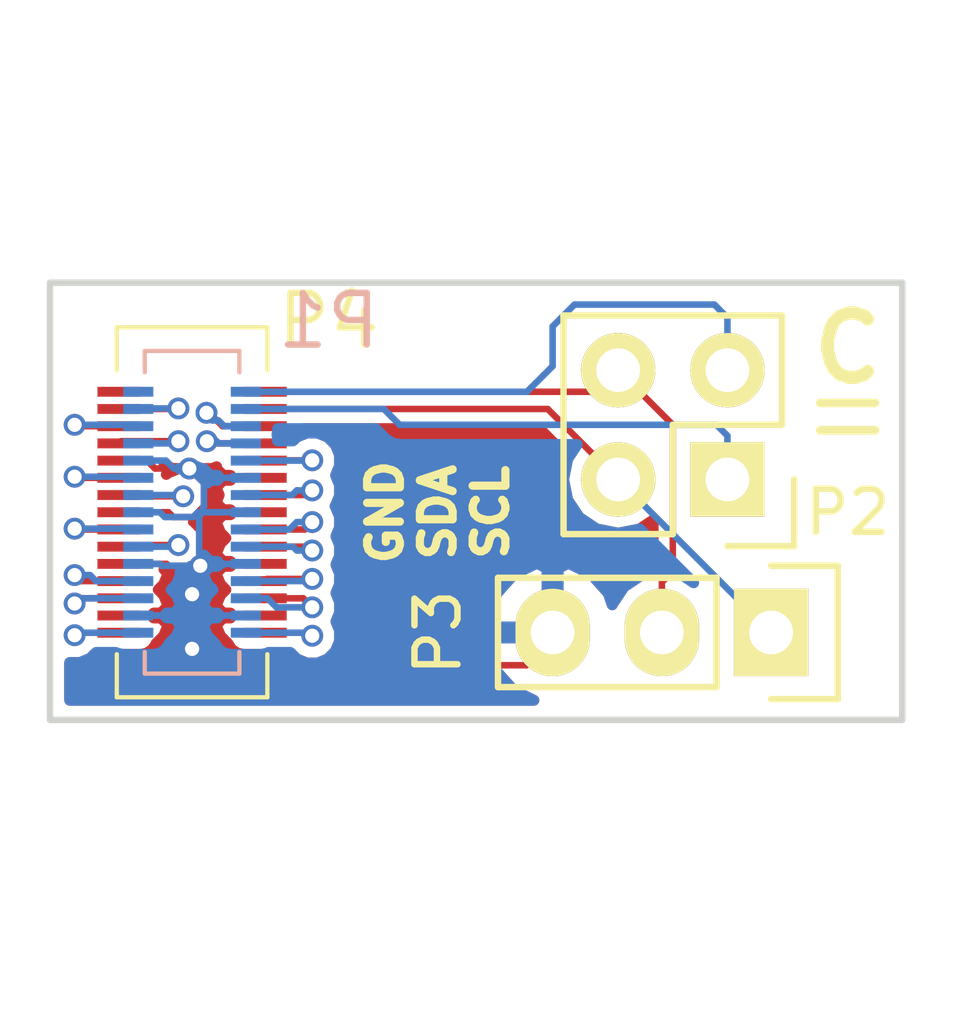
<source format=kicad_pcb>
(kicad_pcb (version 4) (host pcbnew 4.0.2-stable)

  (general
    (links 41)
    (no_connects 1)
    (area 142.672999 102.540999 162.635001 112.851001)
    (thickness 1.6)
    (drawings 8)
    (tracks 204)
    (zones 0)
    (modules 4)
    (nets 25)
  )

  (page A4)
  (layers
    (0 F.Cu signal)
    (31 B.Cu signal)
    (32 B.Adhes user)
    (33 F.Adhes user)
    (34 B.Paste user)
    (35 F.Paste user)
    (36 B.SilkS user)
    (37 F.SilkS user)
    (38 B.Mask user)
    (39 F.Mask user)
    (40 Dwgs.User user)
    (41 Cmts.User user)
    (42 Eco1.User user)
    (43 Eco2.User user)
    (44 Edge.Cuts user)
    (45 Margin user)
    (46 B.CrtYd user)
    (47 F.CrtYd user)
    (48 B.Fab user)
    (49 F.Fab user)
  )

  (setup
    (last_trace_width 0.1524)
    (trace_clearance 0.1524)
    (zone_clearance 0.254)
    (zone_45_only no)
    (trace_min 0.1524)
    (segment_width 0.2)
    (edge_width 0.15)
    (via_size 0.508)
    (via_drill 0.3302)
    (via_min_size 0.508)
    (via_min_drill 0.3302)
    (uvia_size 0.4826)
    (uvia_drill 0.2794)
    (uvias_allowed no)
    (uvia_min_size 0)
    (uvia_min_drill 0)
    (pcb_text_width 0.3)
    (pcb_text_size 1.5 1.5)
    (mod_edge_width 0.15)
    (mod_text_size 1 1)
    (mod_text_width 0.15)
    (pad_size 1.524 1.524)
    (pad_drill 0.762)
    (pad_to_mask_clearance 0.1016)
    (pad_to_paste_clearance -0.0508)
    (aux_axis_origin 0 0)
    (visible_elements FFFFFF7F)
    (pcbplotparams
      (layerselection 0x00030_80000001)
      (usegerberextensions false)
      (excludeedgelayer true)
      (linewidth 0.100000)
      (plotframeref false)
      (viasonmask false)
      (mode 1)
      (useauxorigin false)
      (hpglpennumber 1)
      (hpglpenspeed 20)
      (hpglpendiameter 15)
      (hpglpenoverlay 2)
      (psnegative false)
      (psa4output false)
      (plotreference true)
      (plotvalue true)
      (plotinvisibletext false)
      (padsonsilk false)
      (subtractmaskfromsilk false)
      (outputformat 1)
      (mirror false)
      (drillshape 1)
      (scaleselection 1)
      (outputdirectory ""))
  )

  (net 0 "")
  (net 1 /CAM_SDA_IN)
  (net 2 /OIS_RESET_N)
  (net 3 /CAM_SCL_IN)
  (net 4 /+1V8_13M_VCM)
  (net 5 /+1V0_VREG_L3)
  (net 6 /+2V8_OIS_DIG)
  (net 7 /+1V8_13M_VDDIO)
  (net 8 GND)
  (net 9 /CAM_RESET_N)
  (net 10 /DATA1_P)
  (net 11 /DATA1_N)
  (net 12 /CAM_MCLK)
  (net 13 /DATA0_P)
  (net 14 /DATA3_P)
  (net 15 /DATA0_N)
  (net 16 /DATA3_N)
  (net 17 /CLK_P)
  (net 18 /DATA2_P)
  (net 19 /CLK_N)
  (net 20 /DATA2_N)
  (net 21 /+2V8_OIS_ANA)
  (net 22 /+2V7_13M_ANA)
  (net 23 /CAM_SCL_OUT)
  (net 24 /CAM_SDA_OUT)

  (net_class Default "This is the default net class."
    (clearance 0.1524)
    (trace_width 0.1524)
    (via_dia 0.508)
    (via_drill 0.3302)
    (uvia_dia 0.4826)
    (uvia_drill 0.2794)
    (add_net /+1V0_VREG_L3)
    (add_net /+1V8_13M_VCM)
    (add_net /+1V8_13M_VDDIO)
    (add_net /+2V7_13M_ANA)
    (add_net /+2V8_OIS_ANA)
    (add_net /+2V8_OIS_DIG)
    (add_net /CAM_MCLK)
    (add_net /CAM_RESET_N)
    (add_net /CAM_SCL_IN)
    (add_net /CAM_SCL_OUT)
    (add_net /CAM_SDA_IN)
    (add_net /CAM_SDA_OUT)
    (add_net /CLK_N)
    (add_net /CLK_P)
    (add_net /DATA0_N)
    (add_net /DATA0_P)
    (add_net /DATA1_N)
    (add_net /DATA1_P)
    (add_net /DATA2_N)
    (add_net /DATA2_P)
    (add_net /DATA3_N)
    (add_net /DATA3_P)
    (add_net /OIS_RESET_N)
    (add_net GND)
  )

  (module connectors:GB042-30S (layer F.Cu) (tedit 578EEA27) (tstamp 579073BF)
    (at 146.05 107.95 270)
    (descr http://www.lsmtron.com/pdf/LS%20Mtron%20Connector.pdf)
    (path /579076BD)
    (fp_text reference P4 (at -4.445 -3.175 360) (layer F.SilkS)
      (effects (font (size 1.2 1.2) (thickness 0.15)))
    )
    (fp_text value LG-G2-G3-Rear-Camera (at 0 3.5 270) (layer F.Fab)
      (effects (font (size 1.2 1.2) (thickness 0.15)))
    )
    (fp_line (start -4.3 -1.75) (end -3.3 -1.75) (layer F.SilkS) (width 0.1))
    (fp_line (start 4.3 -1.75) (end 4.3 1.75) (layer F.SilkS) (width 0.1))
    (fp_line (start -4.3 1.75) (end -3.3 1.75) (layer F.SilkS) (width 0.1))
    (fp_line (start -4.3 -1.75) (end -4.3 1.75) (layer F.SilkS) (width 0.1))
    (fp_line (start 3.3 -1.75) (end 4.3 -1.75) (layer F.SilkS) (width 0.1))
    (fp_line (start 3.3 1.75) (end 4.3 1.75) (layer F.SilkS) (width 0.1))
    (pad 1 smd rect (at -2.8 1.7 90) (size 0.23 1) (layers F.Cu F.Paste F.Mask))
    (pad 2 smd rect (at -2.4 1.7 90) (size 0.23 1) (layers F.Cu F.Paste F.Mask)
      (net 2 /OIS_RESET_N))
    (pad 3 smd rect (at -2 1.7 90) (size 0.23 1) (layers F.Cu F.Paste F.Mask)
      (net 4 /+1V8_13M_VCM))
    (pad 4 smd rect (at -1.6 1.7 90) (size 0.23 1) (layers F.Cu F.Paste F.Mask)
      (net 6 /+2V8_OIS_DIG))
    (pad 5 smd rect (at -1.2 1.7 90) (size 0.23 1) (layers F.Cu F.Paste F.Mask)
      (net 8 GND))
    (pad 6 smd rect (at -0.8 1.7 90) (size 0.23 1) (layers F.Cu F.Paste F.Mask)
      (net 10 /DATA1_P))
    (pad 7 smd rect (at -0.4 1.7 90) (size 0.23 1) (layers F.Cu F.Paste F.Mask)
      (net 11 /DATA1_N))
    (pad 8 smd rect (at 0 1.7 90) (size 0.23 1) (layers F.Cu F.Paste F.Mask)
      (net 8 GND))
    (pad 9 smd rect (at 0.4 1.7 90) (size 0.23 1) (layers F.Cu F.Paste F.Mask)
      (net 13 /DATA0_P))
    (pad 10 smd rect (at 0.8 1.7 90) (size 0.23 1) (layers F.Cu F.Paste F.Mask)
      (net 15 /DATA0_N))
    (pad 11 smd rect (at 1.2 1.7 90) (size 0.23 1) (layers F.Cu F.Paste F.Mask)
      (net 8 GND))
    (pad 12 smd rect (at 1.6 1.7 90) (size 0.23 1) (layers F.Cu F.Paste F.Mask)
      (net 17 /CLK_P))
    (pad 13 smd rect (at 2 1.7 90) (size 0.23 1) (layers F.Cu F.Paste F.Mask)
      (net 19 /CLK_N))
    (pad 14 smd rect (at 2.4 1.7 90) (size 0.23 1) (layers F.Cu F.Paste F.Mask)
      (net 8 GND))
    (pad 15 smd rect (at 2.8 1.7 90) (size 0.23 1) (layers F.Cu F.Paste F.Mask)
      (net 21 /+2V8_OIS_ANA))
    (pad 16 smd rect (at 2.8 -1.7 270) (size 0.23 1) (layers F.Cu F.Paste F.Mask)
      (net 22 /+2V7_13M_ANA))
    (pad 17 smd rect (at 2.4 -1.7 270) (size 0.23 1) (layers F.Cu F.Paste F.Mask)
      (net 8 GND))
    (pad 18 smd rect (at 2 -1.7 270) (size 0.23 1) (layers F.Cu F.Paste F.Mask)
      (net 20 /DATA2_N))
    (pad 19 smd rect (at 1.6 -1.7 270) (size 0.23 1) (layers F.Cu F.Paste F.Mask)
      (net 18 /DATA2_P))
    (pad 20 smd rect (at 1.2 -1.7 270) (size 0.23 1) (layers F.Cu F.Paste F.Mask)
      (net 8 GND))
    (pad 21 smd rect (at 0.8 -1.7 270) (size 0.23 1) (layers F.Cu F.Paste F.Mask)
      (net 16 /DATA3_N))
    (pad 22 smd rect (at 0.4 -1.7 270) (size 0.23 1) (layers F.Cu F.Paste F.Mask)
      (net 14 /DATA3_P))
    (pad 23 smd rect (at 0 -1.7 270) (size 0.23 1) (layers F.Cu F.Paste F.Mask)
      (net 8 GND))
    (pad 24 smd rect (at -0.4 -1.7 270) (size 0.23 1) (layers F.Cu F.Paste F.Mask)
      (net 12 /CAM_MCLK))
    (pad 25 smd rect (at -0.8 -1.7 270) (size 0.23 1) (layers F.Cu F.Paste F.Mask)
      (net 8 GND))
    (pad 26 smd rect (at -1.2 -1.7 270) (size 0.23 1) (layers F.Cu F.Paste F.Mask)
      (net 9 /CAM_RESET_N))
    (pad 27 smd rect (at -1.6 -1.7 270) (size 0.23 1) (layers F.Cu F.Paste F.Mask)
      (net 7 /+1V8_13M_VDDIO))
    (pad 28 smd rect (at -2 -1.7 270) (size 0.23 1) (layers F.Cu F.Paste F.Mask)
      (net 5 /+1V0_VREG_L3))
    (pad 29 smd rect (at -2.4 -1.7 270) (size 0.23 1) (layers F.Cu F.Paste F.Mask)
      (net 23 /CAM_SCL_OUT))
    (pad 30 smd rect (at -2.8 -1.7 270) (size 0.23 1) (layers F.Cu F.Paste F.Mask)
      (net 24 /CAM_SDA_OUT))
  )

  (module connectors:GB042-30P (layer B.Cu) (tedit 578EE6ED) (tstamp 5790738E)
    (at 146.05 107.95 270)
    (descr http://www.lsmtron.com/pdf/LS%20Mtron%20Connector.pdf)
    (path /579080C9)
    (fp_text reference P1 (at -4.445 -3.175 540) (layer B.SilkS)
      (effects (font (size 1.2 1.2) (thickness 0.15)) (justify mirror))
    )
    (fp_text value LG-G2-G3-Rear-Camera (at 0 -3.5 270) (layer B.Fab)
      (effects (font (size 1.2 1.2) (thickness 0.15)) (justify mirror))
    )
    (fp_line (start -3.75 -1.1) (end -3.25 -1.1) (layer B.SilkS) (width 0.1))
    (fp_line (start -3.75 1.1) (end -3.75 -1.1) (layer B.SilkS) (width 0.1))
    (fp_line (start -3.25 1.1) (end -3.75 1.1) (layer B.SilkS) (width 0.1))
    (fp_line (start 3.75 -1.1) (end 3.25 -1.1) (layer B.SilkS) (width 0.1))
    (fp_line (start 3.75 1.1) (end 3.75 -1.1) (layer B.SilkS) (width 0.1))
    (fp_line (start 3.25 1.1) (end 3.75 1.1) (layer B.SilkS) (width 0.1))
    (pad 1 smd rect (at -2.8 1.25 270) (size 0.23 0.7) (layers B.Cu B.Paste B.Mask))
    (pad 30 smd rect (at -2.8 -1.25 270) (size 0.23 0.7) (layers B.Cu B.Paste B.Mask)
      (net 1 /CAM_SDA_IN))
    (pad 2 smd rect (at -2.4 1.25 270) (size 0.23 0.7) (layers B.Cu B.Paste B.Mask)
      (net 2 /OIS_RESET_N))
    (pad 29 smd rect (at -2.4 -1.25 270) (size 0.23 0.7) (layers B.Cu B.Paste B.Mask)
      (net 3 /CAM_SCL_IN))
    (pad 3 smd rect (at -2 1.25 270) (size 0.23 0.7) (layers B.Cu B.Paste B.Mask)
      (net 4 /+1V8_13M_VCM))
    (pad 28 smd rect (at -2 -1.25 270) (size 0.23 0.7) (layers B.Cu B.Paste B.Mask)
      (net 5 /+1V0_VREG_L3))
    (pad 4 smd rect (at -1.6 1.25 270) (size 0.23 0.7) (layers B.Cu B.Paste B.Mask)
      (net 6 /+2V8_OIS_DIG))
    (pad 27 smd rect (at -1.6 -1.25 270) (size 0.23 0.7) (layers B.Cu B.Paste B.Mask)
      (net 7 /+1V8_13M_VDDIO))
    (pad 5 smd rect (at -1.2 1.25 270) (size 0.23 0.7) (layers B.Cu B.Paste B.Mask)
      (net 8 GND))
    (pad 26 smd rect (at -1.2 -1.25 270) (size 0.23 0.7) (layers B.Cu B.Paste B.Mask)
      (net 9 /CAM_RESET_N))
    (pad 6 smd rect (at -0.8 1.25 270) (size 0.23 0.7) (layers B.Cu B.Paste B.Mask)
      (net 10 /DATA1_P))
    (pad 25 smd rect (at -0.8 -1.25 270) (size 0.23 0.7) (layers B.Cu B.Paste B.Mask)
      (net 8 GND))
    (pad 7 smd rect (at -0.4 1.25 270) (size 0.23 0.7) (layers B.Cu B.Paste B.Mask)
      (net 11 /DATA1_N))
    (pad 24 smd rect (at -0.4 -1.25 270) (size 0.23 0.7) (layers B.Cu B.Paste B.Mask)
      (net 12 /CAM_MCLK))
    (pad 8 smd rect (at 0 1.25 270) (size 0.23 0.7) (layers B.Cu B.Paste B.Mask)
      (net 8 GND))
    (pad 23 smd rect (at 0 -1.25 270) (size 0.23 0.7) (layers B.Cu B.Paste B.Mask)
      (net 8 GND))
    (pad 9 smd rect (at 0.4 1.25 270) (size 0.23 0.7) (layers B.Cu B.Paste B.Mask)
      (net 13 /DATA0_P))
    (pad 22 smd rect (at 0.4 -1.25 270) (size 0.23 0.7) (layers B.Cu B.Paste B.Mask)
      (net 14 /DATA3_P))
    (pad 10 smd rect (at 0.8 1.25 270) (size 0.23 0.7) (layers B.Cu B.Paste B.Mask)
      (net 15 /DATA0_N))
    (pad 21 smd rect (at 0.8 -1.25 270) (size 0.23 0.7) (layers B.Cu B.Paste B.Mask)
      (net 16 /DATA3_N))
    (pad 11 smd rect (at 1.2 1.25 270) (size 0.23 0.7) (layers B.Cu B.Paste B.Mask)
      (net 8 GND))
    (pad 20 smd rect (at 1.2 -1.25 270) (size 0.23 0.7) (layers B.Cu B.Paste B.Mask)
      (net 8 GND))
    (pad 12 smd rect (at 1.6 1.25 270) (size 0.23 0.7) (layers B.Cu B.Paste B.Mask)
      (net 17 /CLK_P))
    (pad 19 smd rect (at 1.6 -1.25 270) (size 0.23 0.7) (layers B.Cu B.Paste B.Mask)
      (net 18 /DATA2_P))
    (pad 13 smd rect (at 2 1.25 270) (size 0.23 0.7) (layers B.Cu B.Paste B.Mask)
      (net 19 /CLK_N))
    (pad 18 smd rect (at 2 -1.25 270) (size 0.23 0.7) (layers B.Cu B.Paste B.Mask)
      (net 20 /DATA2_N))
    (pad 14 smd rect (at 2.4 1.25 270) (size 0.23 0.7) (layers B.Cu B.Paste B.Mask)
      (net 8 GND))
    (pad 17 smd rect (at 2.4 -1.25 270) (size 0.23 0.7) (layers B.Cu B.Paste B.Mask)
      (net 8 GND))
    (pad 15 smd rect (at 2.8 1.25 270) (size 0.23 0.7) (layers B.Cu B.Paste B.Mask)
      (net 21 /+2V8_OIS_ANA))
    (pad 16 smd rect (at 2.8 -1.25 270) (size 0.23 0.7) (layers B.Cu B.Paste B.Mask)
      (net 22 /+2V7_13M_ANA))
  )

  (module Pin_Headers:Pin_Header_Straight_2x02 (layer F.Cu) (tedit 0) (tstamp 57907396)
    (at 158.496 107.188 180)
    (descr "Through hole pin header")
    (tags "pin header")
    (path /57908C0C)
    (fp_text reference P2 (at -2.794 -0.762 180) (layer F.SilkS)
      (effects (font (size 1 1) (thickness 0.15)))
    )
    (fp_text value CONN_02X02 (at 0 -3.1 180) (layer F.Fab)
      (effects (font (size 1 1) (thickness 0.15)))
    )
    (fp_line (start -1.75 -1.75) (end -1.75 4.3) (layer F.CrtYd) (width 0.05))
    (fp_line (start 4.3 -1.75) (end 4.3 4.3) (layer F.CrtYd) (width 0.05))
    (fp_line (start -1.75 -1.75) (end 4.3 -1.75) (layer F.CrtYd) (width 0.05))
    (fp_line (start -1.75 4.3) (end 4.3 4.3) (layer F.CrtYd) (width 0.05))
    (fp_line (start -1.55 0) (end -1.55 -1.55) (layer F.SilkS) (width 0.15))
    (fp_line (start 0 -1.55) (end -1.55 -1.55) (layer F.SilkS) (width 0.15))
    (fp_line (start -1.27 1.27) (end 1.27 1.27) (layer F.SilkS) (width 0.15))
    (fp_line (start 1.27 1.27) (end 1.27 -1.27) (layer F.SilkS) (width 0.15))
    (fp_line (start 1.27 -1.27) (end 3.81 -1.27) (layer F.SilkS) (width 0.15))
    (fp_line (start 3.81 -1.27) (end 3.81 3.81) (layer F.SilkS) (width 0.15))
    (fp_line (start 3.81 3.81) (end -1.27 3.81) (layer F.SilkS) (width 0.15))
    (fp_line (start -1.27 3.81) (end -1.27 1.27) (layer F.SilkS) (width 0.15))
    (pad 1 thru_hole rect (at 0 0 180) (size 1.7272 1.7272) (drill 1.016) (layers *.Cu *.Mask F.SilkS)
      (net 3 /CAM_SCL_IN))
    (pad 2 thru_hole oval (at 2.54 0 180) (size 1.7272 1.7272) (drill 1.016) (layers *.Cu *.Mask F.SilkS)
      (net 23 /CAM_SCL_OUT))
    (pad 3 thru_hole oval (at 0 2.54 180) (size 1.7272 1.7272) (drill 1.016) (layers *.Cu *.Mask F.SilkS)
      (net 1 /CAM_SDA_IN))
    (pad 4 thru_hole oval (at 2.54 2.54 180) (size 1.7272 1.7272) (drill 1.016) (layers *.Cu *.Mask F.SilkS)
      (net 24 /CAM_SDA_OUT))
    (model Pin_Headers.3dshapes/Pin_Header_Straight_2x02.wrl
      (at (xyz 0.05 -0.05 0))
      (scale (xyz 1 1 1))
      (rotate (xyz 0 0 90))
    )
  )

  (module Pin_Headers:Pin_Header_Straight_1x03 (layer F.Cu) (tedit 0) (tstamp 5790739D)
    (at 159.512 110.744 270)
    (descr "Through hole pin header")
    (tags "pin header")
    (path /57908C7A)
    (fp_text reference P3 (at 0 7.747 270) (layer F.SilkS)
      (effects (font (size 1 1) (thickness 0.15)))
    )
    (fp_text value CONN_01X03 (at 0 -3.1 270) (layer F.Fab)
      (effects (font (size 1 1) (thickness 0.15)))
    )
    (fp_line (start -1.75 -1.75) (end -1.75 6.85) (layer F.CrtYd) (width 0.05))
    (fp_line (start 1.75 -1.75) (end 1.75 6.85) (layer F.CrtYd) (width 0.05))
    (fp_line (start -1.75 -1.75) (end 1.75 -1.75) (layer F.CrtYd) (width 0.05))
    (fp_line (start -1.75 6.85) (end 1.75 6.85) (layer F.CrtYd) (width 0.05))
    (fp_line (start -1.27 1.27) (end -1.27 6.35) (layer F.SilkS) (width 0.15))
    (fp_line (start -1.27 6.35) (end 1.27 6.35) (layer F.SilkS) (width 0.15))
    (fp_line (start 1.27 6.35) (end 1.27 1.27) (layer F.SilkS) (width 0.15))
    (fp_line (start 1.55 -1.55) (end 1.55 0) (layer F.SilkS) (width 0.15))
    (fp_line (start 1.27 1.27) (end -1.27 1.27) (layer F.SilkS) (width 0.15))
    (fp_line (start -1.55 0) (end -1.55 -1.55) (layer F.SilkS) (width 0.15))
    (fp_line (start -1.55 -1.55) (end 1.55 -1.55) (layer F.SilkS) (width 0.15))
    (pad 1 thru_hole rect (at 0 0 270) (size 2.032 1.7272) (drill 1.016) (layers *.Cu *.Mask F.SilkS)
      (net 23 /CAM_SCL_OUT))
    (pad 2 thru_hole oval (at 0 2.54 270) (size 2.032 1.7272) (drill 1.016) (layers *.Cu *.Mask F.SilkS)
      (net 24 /CAM_SDA_OUT))
    (pad 3 thru_hole oval (at 0 5.08 270) (size 2.032 1.7272) (drill 1.016) (layers *.Cu *.Mask F.SilkS)
      (net 8 GND))
    (model Pin_Headers.3dshapes/Pin_Header_Straight_1x03.wrl
      (at (xyz 0 -0.1 0))
      (scale (xyz 1 1 1))
      (rotate (xyz 0 0 90))
    )
  )

  (gr_text "GND\nSDA\nSCL" (at 151.765 107.95 90) (layer F.SilkS)
    (effects (font (size 0.762 0.762) (thickness 0.1905)))
  )
  (gr_text C (at 161.29 104.14) (layer F.SilkS)
    (effects (font (size 1.5 1.5) (thickness 0.3)))
  )
  (gr_line (start 160.655 105.41) (end 161.925 105.41) (layer F.SilkS) (width 0.2))
  (gr_line (start 160.655 106.045) (end 161.925 106.045) (layer F.SilkS) (width 0.2))
  (gr_line (start 162.56 102.616) (end 142.748 102.616) (layer Edge.Cuts) (width 0.15))
  (gr_line (start 162.56 112.776) (end 162.56 102.616) (layer Edge.Cuts) (width 0.15))
  (gr_line (start 142.748 112.776) (end 162.56 112.776) (layer Edge.Cuts) (width 0.15))
  (gr_line (start 142.748 102.616) (end 142.748 112.776) (layer Edge.Cuts) (width 0.15))

  (segment (start 147.3 105.15) (end 153.837542 105.15) (width 0.1524) (layer B.Cu) (net 1))
  (segment (start 153.837542 105.15) (end 154.432 104.555542) (width 0.1524) (layer B.Cu) (net 1))
  (segment (start 154.432 104.555542) (end 154.432 103.632) (width 0.1524) (layer B.Cu) (net 1))
  (segment (start 154.432 103.632) (end 154.94 103.124) (width 0.1524) (layer B.Cu) (net 1))
  (segment (start 154.94 103.124) (end 158.193314 103.124) (width 0.1524) (layer B.Cu) (net 1))
  (segment (start 158.193314 103.124) (end 158.496 103.426686) (width 0.1524) (layer B.Cu) (net 1))
  (segment (start 158.496 103.426686) (end 158.496 104.648) (width 0.1524) (layer B.Cu) (net 1))
  (segment (start 145.7325 105.537) (end 144.813 105.537) (width 0.1524) (layer B.Cu) (net 2))
  (segment (start 144.813 105.537) (end 144.8 105.55) (width 0.1524) (layer B.Cu) (net 2))
  (segment (start 144.35 105.55) (end 145.7195 105.55) (width 0.1524) (layer F.Cu) (net 2))
  (segment (start 145.7195 105.55) (end 145.7325 105.537) (width 0.1524) (layer F.Cu) (net 2))
  (via (at 145.7325 105.537) (size 0.508) (drill 0.3302) (layers F.Cu B.Cu) (net 2))
  (segment (start 150.876 105.918) (end 158.242 105.918) (width 0.1524) (layer B.Cu) (net 3))
  (segment (start 158.242 105.918) (end 158.496 106.172) (width 0.1524) (layer B.Cu) (net 3))
  (segment (start 158.496 106.172) (end 158.496 107.188) (width 0.1524) (layer B.Cu) (net 3))
  (segment (start 150.508 105.55) (end 150.876 105.918) (width 0.1524) (layer B.Cu) (net 3))
  (segment (start 147.3 105.55) (end 150.508 105.55) (width 0.1524) (layer B.Cu) (net 3))
  (segment (start 143.3195 105.918) (end 144.768 105.918) (width 0.1524) (layer B.Cu) (net 4))
  (segment (start 144.768 105.918) (end 144.8 105.95) (width 0.1524) (layer B.Cu) (net 4))
  (segment (start 144.35 105.95) (end 143.3515 105.95) (width 0.1524) (layer F.Cu) (net 4))
  (segment (start 143.3515 105.95) (end 143.3195 105.918) (width 0.1524) (layer F.Cu) (net 4))
  (via (at 143.3195 105.918) (size 0.508) (drill 0.3302) (layers F.Cu B.Cu) (net 4))
  (segment (start 146.385032 105.638645) (end 146.385032 105.681532) (width 0.1524) (layer B.Cu) (net 5))
  (segment (start 146.385032 105.681532) (end 146.519899 105.816399) (width 0.1524) (layer B.Cu) (net 5))
  (segment (start 146.519899 105.816399) (end 146.663999 105.816399) (width 0.1524) (layer B.Cu) (net 5))
  (segment (start 146.7976 105.95) (end 147.3 105.95) (width 0.1524) (layer B.Cu) (net 5))
  (segment (start 146.663999 105.816399) (end 146.7976 105.95) (width 0.1524) (layer B.Cu) (net 5))
  (segment (start 147.75 105.95) (end 146.758153 105.95) (width 0.1524) (layer F.Cu) (net 5))
  (segment (start 146.758153 105.95) (end 146.446798 105.638645) (width 0.1524) (layer F.Cu) (net 5))
  (segment (start 146.446798 105.638645) (end 146.385032 105.638645) (width 0.1524) (layer F.Cu) (net 5))
  (via (at 146.385032 105.638645) (size 0.508) (drill 0.3302) (layers F.Cu B.Cu) (net 5))
  (segment (start 145.7325 106.299) (end 144.401 106.299) (width 0.1524) (layer F.Cu) (net 6))
  (segment (start 144.401 106.299) (end 144.35 106.35) (width 0.1524) (layer F.Cu) (net 6))
  (segment (start 144.8 106.35) (end 145.6815 106.35) (width 0.1524) (layer B.Cu) (net 6))
  (segment (start 145.6815 106.35) (end 145.7325 106.299) (width 0.1524) (layer B.Cu) (net 6))
  (via (at 145.7325 106.299) (size 0.508) (drill 0.3302) (layers F.Cu B.Cu) (net 6))
  (segment (start 146.6215 106.299) (end 146.6725 106.35) (width 0.1524) (layer B.Cu) (net 7))
  (segment (start 146.6725 106.35) (end 147.3 106.35) (width 0.1524) (layer B.Cu) (net 7))
  (segment (start 146.392903 106.299) (end 146.6215 106.299) (width 0.1524) (layer B.Cu) (net 7))
  (segment (start 147.75 106.35) (end 146.443903 106.35) (width 0.1524) (layer F.Cu) (net 7))
  (segment (start 146.443903 106.35) (end 146.392903 106.299) (width 0.1524) (layer F.Cu) (net 7))
  (via (at 146.392903 106.299) (size 0.508) (drill 0.3302) (layers F.Cu B.Cu) (net 7))
  (segment (start 144.35 110.35) (end 145.555 110.35) (width 0.1524) (layer F.Cu) (net 8))
  (segment (start 145.555 110.35) (end 146.05 109.855) (width 0.1524) (layer F.Cu) (net 8))
  (segment (start 146.05 111.125) (end 146.05 111.252) (width 0.1524) (layer F.Cu) (net 8))
  (segment (start 146.304 111.506) (end 153.8224 111.506) (width 0.1524) (layer F.Cu) (net 8))
  (segment (start 146.05 111.252) (end 146.304 111.506) (width 0.1524) (layer F.Cu) (net 8))
  (segment (start 153.8224 111.506) (end 154.432 110.8964) (width 0.1524) (layer F.Cu) (net 8))
  (segment (start 154.432 110.8964) (end 154.432 110.744) (width 0.1524) (layer F.Cu) (net 8))
  (segment (start 146.05 109.855) (end 146.05 111.125) (width 0.1524) (layer B.Cu) (net 8))
  (via (at 146.05 111.125) (size 0.508) (drill 0.3302) (layers F.Cu B.Cu) (net 8))
  (segment (start 146.05 109.855) (end 146.05 109.385101) (width 0.1524) (layer B.Cu) (net 8))
  (segment (start 146.05 109.385101) (end 146.2405 109.194601) (width 0.1524) (layer B.Cu) (net 8))
  (segment (start 144.8 110.35) (end 146.05 110.35) (width 0.1524) (layer B.Cu) (net 8))
  (segment (start 146.05 110.35) (end 147.3 110.35) (width 0.1524) (layer B.Cu) (net 8))
  (segment (start 146.05 109.855) (end 146.05 110.35) (width 0.1524) (layer B.Cu) (net 8))
  (segment (start 147.75 110.35) (end 146.545 110.35) (width 0.1524) (layer F.Cu) (net 8))
  (segment (start 146.545 110.35) (end 146.05 109.855) (width 0.1524) (layer F.Cu) (net 8))
  (via (at 146.05 109.855) (size 0.508) (drill 0.3302) (layers F.Cu B.Cu) (net 8))
  (segment (start 147.75 109.15) (end 146.285101 109.15) (width 0.1524) (layer F.Cu) (net 8))
  (segment (start 146.285101 109.15) (end 146.2405 109.194601) (width 0.1524) (layer F.Cu) (net 8))
  (segment (start 144.35 109.15) (end 145.45625 109.15) (width 0.1524) (layer F.Cu) (net 8))
  (segment (start 145.45625 109.15) (end 145.500851 109.194601) (width 0.1524) (layer F.Cu) (net 8))
  (segment (start 145.500851 109.194601) (end 145.88129 109.194601) (width 0.1524) (layer F.Cu) (net 8))
  (segment (start 145.88129 109.194601) (end 146.2405 109.194601) (width 0.1524) (layer F.Cu) (net 8))
  (segment (start 146.202399 109.1565) (end 146.00225 109.1565) (width 0.1524) (layer B.Cu) (net 8))
  (segment (start 146.00225 109.1565) (end 145.964149 109.194601) (width 0.1524) (layer B.Cu) (net 8))
  (segment (start 145.964149 109.194601) (end 145.347001 109.194601) (width 0.1524) (layer B.Cu) (net 8))
  (segment (start 145.347001 109.194601) (end 145.3024 109.15) (width 0.1524) (layer B.Cu) (net 8))
  (segment (start 145.3024 109.15) (end 144.8 109.15) (width 0.1524) (layer B.Cu) (net 8))
  (segment (start 146.2405 109.194601) (end 146.202399 109.1565) (width 0.1524) (layer B.Cu) (net 8))
  (segment (start 147.75 107.15) (end 146.2025 107.15) (width 0.1524) (layer F.Cu) (net 8))
  (segment (start 146.2025 107.15) (end 145.9865 106.934) (width 0.1524) (layer F.Cu) (net 8))
  (segment (start 146.2405 109.194601) (end 146.494499 108.940602) (width 0.1524) (layer F.Cu) (net 8))
  (segment (start 146.494499 108.940602) (end 146.494499 107.978983) (width 0.1524) (layer F.Cu) (net 8))
  (segment (start 146.494499 107.978983) (end 146.32584 107.810324) (width 0.1524) (layer F.Cu) (net 8))
  (segment (start 146.074888 108.061276) (end 146.32584 107.810324) (width 0.1524) (layer F.Cu) (net 8))
  (segment (start 146.1135 109.321601) (end 146.2405 109.194601) (width 0.1524) (layer F.Cu) (net 8))
  (via (at 146.2405 109.194601) (size 0.508) (drill 0.3302) (layers F.Cu B.Cu) (net 8))
  (segment (start 146.2405 107.895664) (end 146.32584 107.810324) (width 0.1524) (layer F.Cu) (net 8))
  (segment (start 146.752999 109.194601) (end 146.2405 109.194601) (width 0.1524) (layer B.Cu) (net 8))
  (segment (start 146.304 107.95) (end 146.215101 108.038899) (width 0.1524) (layer B.Cu) (net 8))
  (segment (start 146.215101 109.169202) (end 146.2405 109.194601) (width 0.1524) (layer B.Cu) (net 8))
  (segment (start 146.215101 108.038899) (end 146.215101 109.169202) (width 0.1524) (layer B.Cu) (net 8))
  (segment (start 146.304 107.95) (end 146.186164 107.95) (width 0.1524) (layer B.Cu) (net 8))
  (segment (start 147.3 107.95) (end 146.304 107.95) (width 0.1524) (layer B.Cu) (net 8))
  (segment (start 146.304 107.95) (end 146.304 107.832164) (width 0.1524) (layer B.Cu) (net 8))
  (segment (start 146.304 107.832164) (end 146.32584 107.810324) (width 0.1524) (layer B.Cu) (net 8))
  (segment (start 146.32584 107.810324) (end 146.32584 107.27334) (width 0.1524) (layer B.Cu) (net 8))
  (segment (start 146.32584 107.27334) (end 146.2025 107.15) (width 0.1524) (layer B.Cu) (net 8))
  (segment (start 146.186164 107.95) (end 146.074888 108.061276) (width 0.1524) (layer B.Cu) (net 8))
  (segment (start 145.413676 108.061276) (end 145.3024 107.95) (width 0.1524) (layer B.Cu) (net 8))
  (segment (start 146.074888 108.061276) (end 145.413676 108.061276) (width 0.1524) (layer B.Cu) (net 8))
  (segment (start 145.3024 107.95) (end 144.8 107.95) (width 0.1524) (layer B.Cu) (net 8))
  (segment (start 147.3 109.15) (end 146.7976 109.15) (width 0.1524) (layer B.Cu) (net 8))
  (segment (start 146.7976 109.15) (end 146.752999 109.194601) (width 0.1524) (layer B.Cu) (net 8))
  (segment (start 147.75 107.95) (end 146.465516 107.95) (width 0.1524) (layer F.Cu) (net 8))
  (segment (start 146.465516 107.95) (end 146.32584 107.810324) (width 0.1524) (layer F.Cu) (net 8))
  (segment (start 144.35 107.95) (end 145.500314 107.95) (width 0.1524) (layer F.Cu) (net 8))
  (segment (start 145.500314 107.95) (end 145.61159 108.061276) (width 0.1524) (layer F.Cu) (net 8))
  (segment (start 145.61159 108.061276) (end 146.074888 108.061276) (width 0.1524) (layer F.Cu) (net 8))
  (segment (start 146.32584 107.810324) (end 146.32584 107.27334) (width 0.1524) (layer F.Cu) (net 8))
  (segment (start 146.32584 107.27334) (end 146.240499 107.187999) (width 0.1524) (layer F.Cu) (net 8))
  (segment (start 146.240499 107.187999) (end 145.9865 106.934) (width 0.1524) (layer F.Cu) (net 8))
  (segment (start 147.3 107.15) (end 146.2025 107.15) (width 0.1524) (layer B.Cu) (net 8))
  (segment (start 146.2025 107.15) (end 145.9865 106.934) (width 0.1524) (layer B.Cu) (net 8))
  (segment (start 145.9865 106.934) (end 145.62729 106.934) (width 0.1524) (layer B.Cu) (net 8))
  (segment (start 145.62729 106.934) (end 145.44329 106.75) (width 0.1524) (layer B.Cu) (net 8))
  (segment (start 145.44329 106.75) (end 145.3024 106.75) (width 0.1524) (layer B.Cu) (net 8))
  (segment (start 145.3024 106.75) (end 144.8 106.75) (width 0.1524) (layer B.Cu) (net 8))
  (segment (start 144.35 106.75) (end 145.0024 106.75) (width 0.1524) (layer F.Cu) (net 8))
  (segment (start 145.0024 106.75) (end 145.1864 106.934) (width 0.1524) (layer F.Cu) (net 8))
  (segment (start 145.1864 106.934) (end 145.9865 106.934) (width 0.1524) (layer F.Cu) (net 8))
  (via (at 145.9865 106.934) (size 0.508) (drill 0.3302) (layers F.Cu B.Cu) (net 8))
  (segment (start 148.844 106.7435) (end 147.7565 106.7435) (width 0.1524) (layer F.Cu) (net 9))
  (segment (start 147.7565 106.7435) (end 147.75 106.75) (width 0.1524) (layer F.Cu) (net 9))
  (segment (start 147.3 106.75) (end 148.8375 106.75) (width 0.1524) (layer B.Cu) (net 9))
  (segment (start 148.8375 106.75) (end 148.844 106.7435) (width 0.1524) (layer B.Cu) (net 9))
  (via (at 148.844 106.7435) (size 0.508) (drill 0.3302) (layers F.Cu B.Cu) (net 9))
  (segment (start 143.3195 107.1245) (end 144.7745 107.1245) (width 0.1524) (layer B.Cu) (net 10))
  (segment (start 144.7745 107.1245) (end 144.8 107.15) (width 0.1524) (layer B.Cu) (net 10))
  (segment (start 144.35 107.15) (end 143.345 107.15) (width 0.1524) (layer F.Cu) (net 10))
  (segment (start 143.345 107.15) (end 143.3195 107.1245) (width 0.1524) (layer F.Cu) (net 10))
  (via (at 143.3195 107.1245) (size 0.508) (drill 0.3302) (layers F.Cu B.Cu) (net 10))
  (segment (start 145.843239 107.578675) (end 144.378675 107.578675) (width 0.1524) (layer F.Cu) (net 11))
  (segment (start 144.378675 107.578675) (end 144.35 107.55) (width 0.1524) (layer F.Cu) (net 11))
  (segment (start 144.8 107.55) (end 145.814564 107.55) (width 0.1524) (layer B.Cu) (net 11))
  (segment (start 145.814564 107.55) (end 145.843239 107.578675) (width 0.1524) (layer B.Cu) (net 11))
  (via (at 145.843239 107.578675) (size 0.508) (drill 0.3302) (layers F.Cu B.Cu) (net 11))
  (segment (start 148.844 107.442) (end 148.48479 107.442) (width 0.1524) (layer B.Cu) (net 12))
  (segment (start 148.48479 107.442) (end 148.37679 107.55) (width 0.1524) (layer B.Cu) (net 12))
  (segment (start 148.37679 107.55) (end 147.8024 107.55) (width 0.1524) (layer B.Cu) (net 12))
  (segment (start 147.8024 107.55) (end 147.3 107.55) (width 0.1524) (layer B.Cu) (net 12))
  (segment (start 147.75 107.55) (end 148.736 107.55) (width 0.1524) (layer F.Cu) (net 12))
  (segment (start 148.736 107.55) (end 148.844 107.442) (width 0.1524) (layer F.Cu) (net 12))
  (via (at 148.844 107.442) (size 0.508) (drill 0.3302) (layers F.Cu B.Cu) (net 12))
  (segment (start 143.3195 108.331) (end 144.781 108.331) (width 0.1524) (layer B.Cu) (net 13))
  (segment (start 144.781 108.331) (end 144.8 108.35) (width 0.1524) (layer B.Cu) (net 13))
  (segment (start 144.35 108.35) (end 143.3385 108.35) (width 0.1524) (layer F.Cu) (net 13))
  (segment (start 143.3385 108.35) (end 143.3195 108.331) (width 0.1524) (layer F.Cu) (net 13))
  (via (at 143.3195 108.331) (size 0.508) (drill 0.3302) (layers F.Cu B.Cu) (net 13))
  (segment (start 148.844 108.178597) (end 148.48479 108.178597) (width 0.1524) (layer B.Cu) (net 14))
  (segment (start 148.313387 108.35) (end 147.8024 108.35) (width 0.1524) (layer B.Cu) (net 14))
  (segment (start 148.48479 108.178597) (end 148.313387 108.35) (width 0.1524) (layer B.Cu) (net 14))
  (segment (start 147.8024 108.35) (end 147.3 108.35) (width 0.1524) (layer B.Cu) (net 14))
  (segment (start 147.75 108.35) (end 148.672597 108.35) (width 0.1524) (layer F.Cu) (net 14))
  (segment (start 148.672597 108.35) (end 148.844 108.178597) (width 0.1524) (layer F.Cu) (net 14))
  (via (at 148.844 108.178597) (size 0.508) (drill 0.3302) (layers F.Cu B.Cu) (net 14))
  (segment (start 145.7325 108.712) (end 144.388 108.712) (width 0.1524) (layer F.Cu) (net 15))
  (segment (start 144.388 108.712) (end 144.35 108.75) (width 0.1524) (layer F.Cu) (net 15))
  (segment (start 144.8 108.75) (end 145.6945 108.75) (width 0.1524) (layer B.Cu) (net 15))
  (segment (start 145.6945 108.75) (end 145.7325 108.712) (width 0.1524) (layer B.Cu) (net 15))
  (via (at 145.7325 108.712) (size 0.508) (drill 0.3302) (layers F.Cu B.Cu) (net 15))
  (segment (start 148.844 108.839) (end 148.48479 108.839) (width 0.1524) (layer B.Cu) (net 16))
  (segment (start 148.48479 108.839) (end 148.39579 108.75) (width 0.1524) (layer B.Cu) (net 16))
  (segment (start 148.39579 108.75) (end 147.8024 108.75) (width 0.1524) (layer B.Cu) (net 16))
  (segment (start 147.8024 108.75) (end 147.3 108.75) (width 0.1524) (layer B.Cu) (net 16))
  (segment (start 147.75 108.75) (end 148.755 108.75) (width 0.1524) (layer F.Cu) (net 16))
  (segment (start 148.755 108.75) (end 148.844 108.839) (width 0.1524) (layer F.Cu) (net 16))
  (via (at 148.844 108.839) (size 0.508) (drill 0.3302) (layers F.Cu B.Cu) (net 16))
  (segment (start 143.3195 109.4105) (end 143.67871 109.4105) (width 0.1524) (layer B.Cu) (net 17))
  (segment (start 143.67871 109.4105) (end 143.81821 109.55) (width 0.1524) (layer B.Cu) (net 17))
  (segment (start 143.81821 109.55) (end 144.2976 109.55) (width 0.1524) (layer B.Cu) (net 17))
  (segment (start 144.2976 109.55) (end 144.8 109.55) (width 0.1524) (layer B.Cu) (net 17))
  (segment (start 144.35 109.55) (end 143.459 109.55) (width 0.1524) (layer F.Cu) (net 17))
  (segment (start 143.459 109.55) (end 143.3195 109.4105) (width 0.1524) (layer F.Cu) (net 17))
  (via (at 143.3195 109.4105) (size 0.508) (drill 0.3302) (layers F.Cu B.Cu) (net 17))
  (segment (start 148.844 109.499403) (end 147.800597 109.499403) (width 0.1524) (layer F.Cu) (net 18))
  (segment (start 147.800597 109.499403) (end 147.75 109.55) (width 0.1524) (layer F.Cu) (net 18))
  (segment (start 147.3 109.55) (end 148.793403 109.55) (width 0.1524) (layer B.Cu) (net 18))
  (segment (start 148.793403 109.55) (end 148.844 109.499403) (width 0.1524) (layer B.Cu) (net 18))
  (via (at 148.844 109.499403) (size 0.508) (drill 0.3302) (layers F.Cu B.Cu) (net 18))
  (segment (start 143.3195 110.070903) (end 143.440403 109.95) (width 0.1524) (layer F.Cu) (net 19))
  (segment (start 143.440403 109.95) (end 144.35 109.95) (width 0.1524) (layer F.Cu) (net 19))
  (segment (start 144.8 109.95) (end 143.440403 109.95) (width 0.1524) (layer B.Cu) (net 19))
  (segment (start 143.440403 109.95) (end 143.3195 110.070903) (width 0.1524) (layer B.Cu) (net 19))
  (via (at 143.3195 110.070903) (size 0.508) (drill 0.3302) (layers F.Cu B.Cu) (net 19))
  (segment (start 148.844 110.159806) (end 148.634194 109.95) (width 0.1524) (layer F.Cu) (net 20))
  (segment (start 148.634194 109.95) (end 147.75 109.95) (width 0.1524) (layer F.Cu) (net 20))
  (segment (start 147.3 109.95) (end 147.8024 109.95) (width 0.1524) (layer B.Cu) (net 20))
  (segment (start 147.8024 109.95) (end 148.012206 110.159806) (width 0.1524) (layer B.Cu) (net 20))
  (segment (start 148.012206 110.159806) (end 148.844 110.159806) (width 0.1524) (layer B.Cu) (net 20))
  (via (at 148.844 110.159806) (size 0.508) (drill 0.3302) (layers F.Cu B.Cu) (net 20))
  (segment (start 143.383 110.744) (end 143.389 110.75) (width 0.1524) (layer B.Cu) (net 21))
  (segment (start 143.389 110.75) (end 144.8 110.75) (width 0.1524) (layer B.Cu) (net 21))
  (segment (start 143.3195 110.8075) (end 143.383 110.744) (width 0.1524) (layer B.Cu) (net 21))
  (segment (start 144.35 110.75) (end 143.377 110.75) (width 0.1524) (layer F.Cu) (net 21))
  (segment (start 143.377 110.75) (end 143.3195 110.8075) (width 0.1524) (layer F.Cu) (net 21))
  (via (at 143.3195 110.8075) (size 0.508) (drill 0.3302) (layers F.Cu B.Cu) (net 21))
  (segment (start 148.767791 110.744) (end 148.761791 110.75) (width 0.1524) (layer B.Cu) (net 22))
  (segment (start 148.761791 110.75) (end 147.3 110.75) (width 0.1524) (layer B.Cu) (net 22))
  (segment (start 148.844 110.820209) (end 148.767791 110.744) (width 0.1524) (layer B.Cu) (net 22))
  (segment (start 147.75 110.75) (end 148.773791 110.75) (width 0.1524) (layer F.Cu) (net 22))
  (segment (start 148.773791 110.75) (end 148.844 110.820209) (width 0.1524) (layer F.Cu) (net 22))
  (via (at 148.844 110.820209) (size 0.508) (drill 0.3302) (layers F.Cu B.Cu) (net 22))
  (segment (start 155.956 107.188) (end 159.512 110.744) (width 0.1524) (layer B.Cu) (net 23))
  (segment (start 147.75 105.55) (end 154.318 105.55) (width 0.1524) (layer F.Cu) (net 23))
  (segment (start 154.318 105.55) (end 155.956 107.188) (width 0.1524) (layer F.Cu) (net 23))
  (segment (start 157.226 105.918) (end 157.226 109.3216) (width 0.1524) (layer F.Cu) (net 24))
  (segment (start 157.226 109.3216) (end 156.972 109.5756) (width 0.1524) (layer F.Cu) (net 24))
  (segment (start 156.972 109.5756) (end 156.972 110.744) (width 0.1524) (layer F.Cu) (net 24))
  (segment (start 155.956 104.648) (end 157.226 105.918) (width 0.1524) (layer F.Cu) (net 24))
  (segment (start 147.75 105.15) (end 155.454 105.15) (width 0.1524) (layer F.Cu) (net 24))
  (segment (start 155.454 105.15) (end 155.956 104.648) (width 0.1524) (layer F.Cu) (net 24))

  (zone (net 8) (net_name GND) (layer F.Cu) (tstamp 0) (hatch edge 0.508)
    (connect_pads (clearance 0.254))
    (min_thickness 0.254)
    (fill yes (arc_segments 16) (thermal_gap 0.508) (thermal_bridge_width 0.508))
    (polygon
      (pts
        (xy 142.24 101.6) (xy 142.24 113.03) (xy 163.83 113.03) (xy 163.83 101.6)
      )
    )
    (filled_polygon
      (pts
        (xy 154.802336 106.680914) (xy 154.781757 106.711712) (xy 154.687017 107.188) (xy 154.781757 107.664288) (xy 155.051552 108.068065)
        (xy 155.455329 108.33786) (xy 155.931617 108.4326) (xy 155.980383 108.4326) (xy 156.456671 108.33786) (xy 156.7688 108.129302)
        (xy 156.7688 109.132222) (xy 156.648711 109.252311) (xy 156.549602 109.400637) (xy 156.548978 109.403776) (xy 156.495712 109.414371)
        (xy 156.091935 109.684166) (xy 155.82214 110.087943) (xy 155.819296 110.102243) (xy 155.723954 109.82968) (xy 155.334036 109.393268)
        (xy 154.806791 109.139291) (xy 154.791026 109.136642) (xy 154.559 109.257783) (xy 154.559 110.617) (xy 154.579 110.617)
        (xy 154.579 110.871) (xy 154.559 110.871) (xy 154.559 110.891) (xy 154.305 110.891) (xy 154.305 110.871)
        (xy 153.091076 110.871) (xy 152.946816 111.105913) (xy 153.140046 111.65832) (xy 153.529964 112.094732) (xy 153.99761 112.32)
        (xy 143.204 112.32) (xy 143.204 111.442399) (xy 143.445255 111.44261) (xy 143.678728 111.34614) (xy 143.784794 111.24026)
        (xy 143.85 111.253464) (xy 144.85 111.253464) (xy 144.99119 111.226897) (xy 145.120865 111.143454) (xy 145.207859 111.016134)
        (xy 145.210644 111.002382) (xy 145.388327 110.824698) (xy 145.485 110.591309) (xy 145.485 110.56625) (xy 145.32625 110.4075)
        (xy 145.156358 110.4075) (xy 145.128454 110.364135) (xy 145.109186 110.350969) (xy 145.120865 110.343454) (xy 145.15568 110.2925)
        (xy 145.32625 110.2925) (xy 145.485 110.13375) (xy 145.485 110.108691) (xy 145.388327 109.875302) (xy 145.263026 109.75)
        (xy 145.388327 109.624698) (xy 145.485 109.391309) (xy 145.485 109.36625) (xy 145.395752 109.277002) (xy 145.437329 109.277002)
        (xy 145.605637 109.346889) (xy 145.858255 109.34711) (xy 146.091728 109.25064) (xy 146.270513 109.072168) (xy 146.367389 108.838863)
        (xy 146.36761 108.586245) (xy 146.27114 108.352772) (xy 146.092668 108.173987) (xy 146.079023 108.168321) (xy 146.202467 108.117315)
        (xy 146.381252 107.938843) (xy 146.478128 107.705538) (xy 146.478349 107.45292) (xy 146.381879 107.219447) (xy 146.203407 107.040662)
        (xy 145.970102 106.943786) (xy 145.717484 106.943565) (xy 145.484011 107.040035) (xy 145.451285 107.072703) (xy 145.485 106.991309)
        (xy 145.485 106.96625) (xy 145.395752 106.877002) (xy 145.468637 106.877002) (xy 145.605637 106.933889) (xy 145.858255 106.93411)
        (xy 146.062916 106.849545) (xy 146.26604 106.933889) (xy 146.518658 106.93411) (xy 146.622191 106.891331) (xy 146.615 106.908691)
        (xy 146.615 106.93375) (xy 146.77375 107.0925) (xy 146.943642 107.0925) (xy 146.971546 107.135865) (xy 146.990814 107.149031)
        (xy 146.979135 107.156546) (xy 146.94432 107.2075) (xy 146.77375 107.2075) (xy 146.615 107.36625) (xy 146.615 107.391309)
        (xy 146.680732 107.55) (xy 146.615 107.708691) (xy 146.615 107.73375) (xy 146.77375 107.8925) (xy 146.943642 107.8925)
        (xy 146.971546 107.935865) (xy 146.990814 107.949031) (xy 146.979135 107.956546) (xy 146.94432 108.0075) (xy 146.77375 108.0075)
        (xy 146.615 108.16625) (xy 146.615 108.191309) (xy 146.711673 108.424698) (xy 146.836974 108.55) (xy 146.711673 108.675302)
        (xy 146.615 108.908691) (xy 146.615 108.93375) (xy 146.77375 109.0925) (xy 146.943642 109.0925) (xy 146.971546 109.135865)
        (xy 146.990814 109.149031) (xy 146.979135 109.156546) (xy 146.94432 109.2075) (xy 146.77375 109.2075) (xy 146.615 109.36625)
        (xy 146.615 109.391309) (xy 146.711673 109.624698) (xy 146.836974 109.75) (xy 146.711673 109.875302) (xy 146.615 110.108691)
        (xy 146.615 110.13375) (xy 146.77375 110.2925) (xy 146.943642 110.2925) (xy 146.971546 110.335865) (xy 146.990814 110.349031)
        (xy 146.979135 110.356546) (xy 146.94432 110.4075) (xy 146.77375 110.4075) (xy 146.615 110.56625) (xy 146.615 110.591309)
        (xy 146.711673 110.824698) (xy 146.88693 110.999956) (xy 146.888103 111.00619) (xy 146.971546 111.135865) (xy 147.098866 111.222859)
        (xy 147.25 111.253464) (xy 148.25 111.253464) (xy 148.358818 111.232988) (xy 148.483832 111.358222) (xy 148.717137 111.455098)
        (xy 148.969755 111.455319) (xy 149.203228 111.358849) (xy 149.382013 111.180377) (xy 149.478889 110.947072) (xy 149.47911 110.694454)
        (xy 149.394545 110.489793) (xy 149.439268 110.382087) (xy 152.946816 110.382087) (xy 153.091076 110.617) (xy 154.305 110.617)
        (xy 154.305 109.257783) (xy 154.072974 109.136642) (xy 154.057209 109.139291) (xy 153.529964 109.393268) (xy 153.140046 109.82968)
        (xy 152.946816 110.382087) (xy 149.439268 110.382087) (xy 149.478889 110.286669) (xy 149.47911 110.034051) (xy 149.394545 109.82939)
        (xy 149.478889 109.626266) (xy 149.47911 109.373648) (xy 149.394545 109.168987) (xy 149.478889 108.965863) (xy 149.47911 108.713245)
        (xy 149.394545 108.508584) (xy 149.478889 108.30546) (xy 149.47911 108.052842) (xy 149.38264 107.819369) (xy 149.373727 107.81044)
        (xy 149.382013 107.802168) (xy 149.478889 107.568863) (xy 149.47911 107.316245) (xy 149.386655 107.092489) (xy 149.478889 106.870363)
        (xy 149.47911 106.617745) (xy 149.38264 106.384272) (xy 149.204168 106.205487) (xy 148.970863 106.108611) (xy 148.718245 106.10839)
        (xy 148.622114 106.148111) (xy 148.621883 106.14688) (xy 148.638464 106.065) (xy 148.638464 106.0072) (xy 154.128622 106.0072)
      )
    )
  )
  (zone (net 8) (net_name GND) (layer B.Cu) (tstamp 0) (hatch edge 0.508)
    (connect_pads (clearance 0.254))
    (min_thickness 0.254)
    (fill yes (arc_segments 16) (thermal_gap 0.508) (thermal_bridge_width 0.508))
    (polygon
      (pts
        (xy 163.83 101.6) (xy 142.24 101.6) (xy 142.24 113.03) (xy 163.83 113.03)
      )
    )
    (filled_polygon
      (pts
        (xy 150.552711 106.24129) (xy 150.694253 106.335865) (xy 150.701037 106.340398) (xy 150.876 106.3752) (xy 155.006607 106.3752)
        (xy 154.781757 106.711712) (xy 154.687017 107.188) (xy 154.781757 107.664288) (xy 155.051552 108.068065) (xy 155.455329 108.33786)
        (xy 155.931617 108.4326) (xy 155.980383 108.4326) (xy 156.456671 108.33786) (xy 156.458236 108.336814) (xy 157.711997 109.590576)
        (xy 157.448288 109.414371) (xy 156.972 109.319631) (xy 156.495712 109.414371) (xy 156.091935 109.684166) (xy 155.82214 110.087943)
        (xy 155.819296 110.102243) (xy 155.723954 109.82968) (xy 155.334036 109.393268) (xy 154.806791 109.139291) (xy 154.791026 109.136642)
        (xy 154.559 109.257783) (xy 154.559 110.617) (xy 154.579 110.617) (xy 154.579 110.871) (xy 154.559 110.871)
        (xy 154.559 110.891) (xy 154.305 110.891) (xy 154.305 110.871) (xy 153.091076 110.871) (xy 152.946816 111.105913)
        (xy 153.140046 111.65832) (xy 153.529964 112.094732) (xy 153.99761 112.32) (xy 143.204 112.32) (xy 143.204 111.442399)
        (xy 143.445255 111.44261) (xy 143.678728 111.34614) (xy 143.817912 111.2072) (xy 144.275948 111.2072) (xy 144.298866 111.222859)
        (xy 144.45 111.253464) (xy 145.15 111.253464) (xy 145.29119 111.226897) (xy 145.420865 111.143454) (xy 145.507859 111.016134)
        (xy 145.510644 111.002382) (xy 145.688327 110.824698) (xy 145.785 110.591309) (xy 145.785 110.56625) (xy 145.62625 110.4075)
        (xy 145.456358 110.4075) (xy 145.428454 110.364135) (xy 145.409186 110.350969) (xy 145.420865 110.343454) (xy 145.45568 110.2925)
        (xy 145.62625 110.2925) (xy 145.785 110.13375) (xy 145.785 110.108691) (xy 145.688327 109.875302) (xy 145.563026 109.75)
        (xy 145.688327 109.624698) (xy 145.785 109.391309) (xy 145.785 109.36625) (xy 145.765779 109.347029) (xy 145.858255 109.34711)
        (xy 146.091728 109.25064) (xy 146.270513 109.072168) (xy 146.324178 108.942928) (xy 146.47375 109.0925) (xy 146.643642 109.0925)
        (xy 146.671546 109.135865) (xy 146.690814 109.149031) (xy 146.679135 109.156546) (xy 146.64432 109.2075) (xy 146.47375 109.2075)
        (xy 146.315 109.36625) (xy 146.315 109.391309) (xy 146.411673 109.624698) (xy 146.536974 109.75) (xy 146.411673 109.875302)
        (xy 146.315 110.108691) (xy 146.315 110.13375) (xy 146.47375 110.2925) (xy 146.643642 110.2925) (xy 146.671546 110.335865)
        (xy 146.690814 110.349031) (xy 146.679135 110.356546) (xy 146.64432 110.4075) (xy 146.47375 110.4075) (xy 146.315 110.56625)
        (xy 146.315 110.591309) (xy 146.411673 110.824698) (xy 146.58693 110.999956) (xy 146.588103 111.00619) (xy 146.671546 111.135865)
        (xy 146.798866 111.222859) (xy 146.95 111.253464) (xy 147.65 111.253464) (xy 147.79119 111.226897) (xy 147.8218 111.2072)
        (xy 148.333074 111.2072) (xy 148.483832 111.358222) (xy 148.717137 111.455098) (xy 148.969755 111.455319) (xy 149.203228 111.358849)
        (xy 149.382013 111.180377) (xy 149.478889 110.947072) (xy 149.47911 110.694454) (xy 149.394545 110.489793) (xy 149.439268 110.382087)
        (xy 152.946816 110.382087) (xy 153.091076 110.617) (xy 154.305 110.617) (xy 154.305 109.257783) (xy 154.072974 109.136642)
        (xy 154.057209 109.139291) (xy 153.529964 109.393268) (xy 153.140046 109.82968) (xy 152.946816 110.382087) (xy 149.439268 110.382087)
        (xy 149.478889 110.286669) (xy 149.47911 110.034051) (xy 149.394545 109.82939) (xy 149.478889 109.626266) (xy 149.47911 109.373648)
        (xy 149.394545 109.168987) (xy 149.478889 108.965863) (xy 149.47911 108.713245) (xy 149.394545 108.508584) (xy 149.478889 108.30546)
        (xy 149.47911 108.052842) (xy 149.38264 107.819369) (xy 149.373727 107.81044) (xy 149.382013 107.802168) (xy 149.478889 107.568863)
        (xy 149.47911 107.316245) (xy 149.386655 107.092489) (xy 149.478889 106.870363) (xy 149.47911 106.617745) (xy 149.38264 106.384272)
        (xy 149.204168 106.205487) (xy 148.970863 106.108611) (xy 148.718245 106.10839) (xy 148.484772 106.20486) (xy 148.396678 106.2928)
        (xy 148.038464 106.2928) (xy 148.038464 106.235) (xy 148.021883 106.14688) (xy 148.038464 106.065) (xy 148.038464 106.0072)
        (xy 150.318622 106.0072)
      )
    )
    (filled_polygon
      (pts
        (xy 146.26604 106.933889) (xy 146.315182 106.933932) (xy 146.47375 107.0925) (xy 146.643642 107.0925) (xy 146.671546 107.135865)
        (xy 146.690814 107.149031) (xy 146.679135 107.156546) (xy 146.64432 107.2075) (xy 146.47375 107.2075) (xy 146.405247 107.276003)
        (xy 146.381879 107.219447) (xy 146.203407 107.040662) (xy 145.970102 106.943786) (xy 145.762354 106.943604) (xy 145.752768 106.934018)
        (xy 145.858255 106.93411) (xy 146.062916 106.849545)
      )
    )
  )
)

</source>
